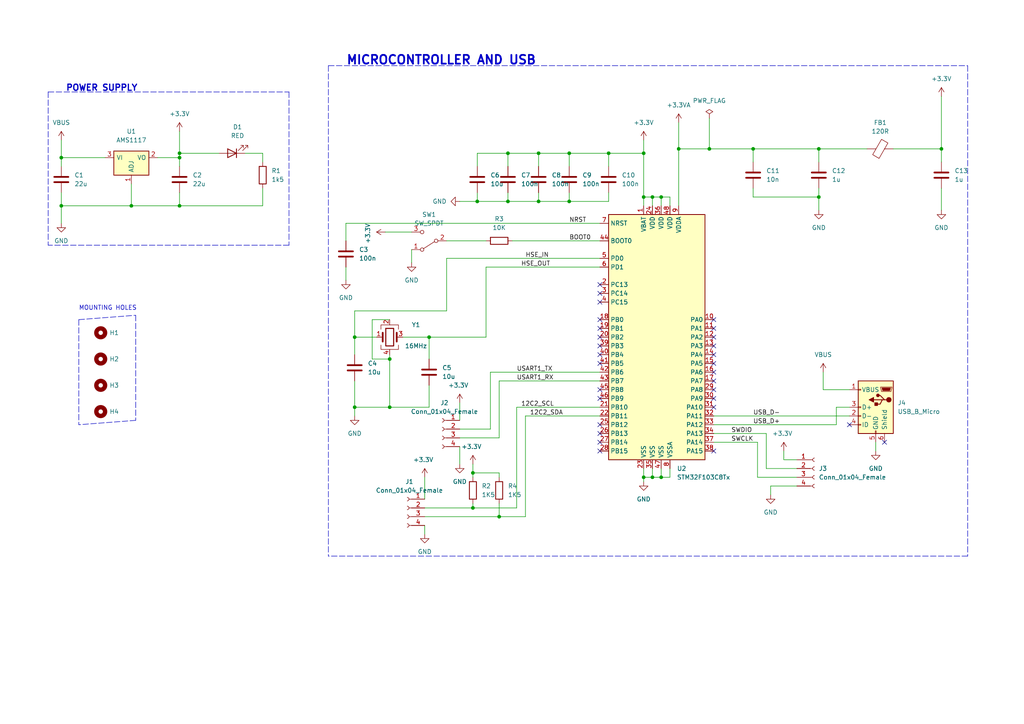
<source format=kicad_sch>
(kicad_sch (version 20211123) (generator eeschema)
  (paper "A4")
  (lib_symbols
    (symbol "Connector:Conn_01x04_Female" (pin_names (offset 1.016) hide)
      (property "Reference" "J" (at 0 5.08 0))
      (property "Value" "Conn_01x04_Female" (at 0 -7.62 0))
      (symbol "Conn_01x04_Female_1_1"
        (arc (start 0 -4.572) (mid -0.508 -5.08) (end 0 -5.588) (stroke (width 0.1524)))
        (arc (start 0 -2.032) (mid -0.508 -2.54) (end 0 -3.048) (stroke (width 0.1524)))
        (polyline (pts (xy -1.27 -5.08) (xy -0.508 -5.08)) (stroke (width 0.1524)))
        (polyline (pts (xy -1.27 -2.54) (xy -0.508 -2.54)) (stroke (width 0.1524)))
        (polyline (pts (xy -1.27 0) (xy -0.508 0)) (stroke (width 0.1524)))
        (polyline (pts (xy -1.27 2.54) (xy -0.508 2.54)) (stroke (width 0.1524)))
        (arc (start 0 0.508) (mid -0.508 0) (end 0 -0.508) (stroke (width 0.1524)))
        (arc (start 0 3.048) (mid -0.508 2.54) (end 0 2.032) (stroke (width 0.1524)))
        (pin passive line (at -5.08 2.54 0) (length 3.81) (name "Pin_1") (number "1"))
        (pin passive line (at -5.08 0 0) (length 3.81) (name "Pin_2") (number "2"))
        (pin passive line (at -5.08 -2.54 0) (length 3.81) (name "Pin_3") (number "3"))
        (pin passive line (at -5.08 -5.08 0) (length 3.81) (name "Pin_4") (number "4"))
      )
    )
    (symbol "Connector:USB_B_Micro" (pin_names (offset 1.016))
      (property "Reference" "J" (at -5.08 11.43 0))
      (property "Value" "USB_B_Micro" (at -5.08 8.89 0))
      (symbol "USB_B_Micro_0_1"
        (rectangle (start -5.08 -7.62) (end 5.08 7.62) (stroke (width 0.254)) (fill (type background)))
        (circle (center -3.81 2.159) (radius 0.635) (stroke (width 0.254)) (fill (type outline)))
        (circle (center -0.635 3.429) (radius 0.381) (stroke (width 0.254)) (fill (type outline)))
        (rectangle (start -0.127 -7.62) (end 0.127 -6.858))
        (polyline (pts (xy -1.905 2.159) (xy 0.635 2.159)) (stroke (width 0.254)))
        (polyline (pts (xy -3.175 2.159) (xy -2.54 2.159) (xy -1.27 3.429) (xy -0.635 3.429)) (stroke (width 0.254)))
        (polyline (pts (xy -2.54 2.159) (xy -1.905 2.159) (xy -1.27 0.889) (xy 0 0.889)) (stroke (width 0.254)))
        (polyline (pts (xy 0.635 2.794) (xy 0.635 1.524) (xy 1.905 2.159) (xy 0.635 2.794)) (stroke (width 0.254)) (fill (type outline)))
        (polyline (pts (xy -4.318 5.588) (xy -1.778 5.588) (xy -2.032 4.826) (xy -4.064 4.826) (xy -4.318 5.588)) (fill (type outline)))
        (polyline (pts (xy -4.699 5.842) (xy -4.699 5.588) (xy -4.445 4.826) (xy -4.445 4.572) (xy -1.651 4.572) (xy -1.651 4.826) (xy -1.397 5.588) (xy -1.397 5.842) (xy -4.699 5.842)))
        (rectangle (start 0.254 1.27) (end -0.508 0.508) (stroke (width 0.254)) (fill (type outline)))
        (rectangle (start 5.08 -5.207) (end 4.318 -4.953))
        (rectangle (start 5.08 -2.667) (end 4.318 -2.413))
        (rectangle (start 5.08 -0.127) (end 4.318 0.127))
        (rectangle (start 5.08 4.953) (end 4.318 5.207))
      )
      (symbol "USB_B_Micro_1_1"
        (pin power_out line (at 7.62 5.08 180) (length 2.54) (name "VBUS") (number "1"))
        (pin bidirectional line (at 7.62 -2.54 180) (length 2.54) (name "D-") (number "2"))
        (pin bidirectional line (at 7.62 0 180) (length 2.54) (name "D+") (number "3"))
        (pin passive line (at 7.62 -5.08 180) (length 2.54) (name "ID") (number "4"))
        (pin power_out line (at 0 -10.16 90) (length 2.54) (name "GND") (number "5"))
        (pin passive line (at -2.54 -10.16 90) (length 2.54) (name "Shield") (number "6"))
      )
    )
    (symbol "Device:C" (pin_numbers hide) (pin_names (offset 0.254))
      (property "Reference" "C" (at 0.635 2.54 0))
      (property "Value" "C" (at 0.635 -2.54 0))
      (symbol "C_0_1"
        (polyline (pts (xy -2.032 -0.762) (xy 2.032 -0.762)) (stroke (width 0.508)))
        (polyline (pts (xy -2.032 0.762) (xy 2.032 0.762)) (stroke (width 0.508)))
      )
      (symbol "C_1_1"
        (pin passive line (at 0 3.81 270) (length 2.794) (name "~") (number "1"))
        (pin passive line (at 0 -3.81 90) (length 2.794) (name "~") (number "2"))
      )
    )
    (symbol "Device:Crystal_GND24" (pin_names (offset 1.016) hide)
      (property "Reference" "Y" (at 3.175 5.08 0))
      (property "Value" "Crystal_GND24" (at 3.175 3.175 0))
      (symbol "Crystal_GND24_0_1"
        (rectangle (start -1.143 2.54) (end 1.143 -2.54) (stroke (width 0.3048)))
        (polyline (pts (xy -2.54 0) (xy -2.032 0)))
        (polyline (pts (xy -2.032 -1.27) (xy -2.032 1.27)) (stroke (width 0.508)))
        (polyline (pts (xy 0 -3.81) (xy 0 -3.556)))
        (polyline (pts (xy 0 3.556) (xy 0 3.81)))
        (polyline (pts (xy 2.032 -1.27) (xy 2.032 1.27)) (stroke (width 0.508)))
        (polyline (pts (xy 2.032 0) (xy 2.54 0)))
        (polyline (pts (xy -2.54 -2.286) (xy -2.54 -3.556) (xy 2.54 -3.556) (xy 2.54 -2.286)))
        (polyline (pts (xy -2.54 2.286) (xy -2.54 3.556) (xy 2.54 3.556) (xy 2.54 2.286)))
      )
      (symbol "Crystal_GND24_1_1"
        (pin passive line (at -3.81 0 0) (length 1.27) (name "1") (number "1"))
        (pin passive line (at 0 5.08 270) (length 1.27) (name "2") (number "2"))
        (pin passive line (at 3.81 0 180) (length 1.27) (name "3") (number "3"))
        (pin passive line (at 0 -5.08 90) (length 1.27) (name "4") (number "4"))
      )
    )
    (symbol "Device:FerriteBead" (pin_numbers hide) (pin_names (offset 0))
      (property "Reference" "FB" (at -3.81 0.635 90))
      (property "Value" "FerriteBead" (at 3.81 0 90))
      (symbol "FerriteBead_0_1"
        (polyline (pts (xy 0 -1.27) (xy 0 -1.2192)))
        (polyline (pts (xy 0 1.27) (xy 0 1.2954)))
        (polyline (pts (xy -2.7686 0.4064) (xy -1.7018 2.2606) (xy 2.7686 -0.3048) (xy 1.6764 -2.159) (xy -2.7686 0.4064)))
      )
      (symbol "FerriteBead_1_1"
        (pin passive line (at 0 3.81 270) (length 2.54) (name "~") (number "1"))
        (pin passive line (at 0 -3.81 90) (length 2.54) (name "~") (number "2"))
      )
    )
    (symbol "Device:LED" (pin_numbers hide) (pin_names (offset 1.016) hide)
      (property "Reference" "D" (at 0 2.54 0))
      (property "Value" "LED" (at 0 -2.54 0))
      (symbol "LED_0_1"
        (polyline (pts (xy -1.27 -1.27) (xy -1.27 1.27)) (stroke (width 0.254)))
        (polyline (pts (xy -1.27 0) (xy 1.27 0)))
        (polyline (pts (xy 1.27 -1.27) (xy 1.27 1.27) (xy -1.27 0) (xy 1.27 -1.27)) (stroke (width 0.254)))
        (polyline (pts (xy -3.048 -0.762) (xy -4.572 -2.286) (xy -3.81 -2.286) (xy -4.572 -2.286) (xy -4.572 -1.524)))
        (polyline (pts (xy -1.778 -0.762) (xy -3.302 -2.286) (xy -2.54 -2.286) (xy -3.302 -2.286) (xy -3.302 -1.524)))
      )
      (symbol "LED_1_1"
        (pin passive line (at -3.81 0 0) (length 2.54) (name "K") (number "1"))
        (pin passive line (at 3.81 0 180) (length 2.54) (name "A") (number "2"))
      )
    )
    (symbol "Device:R" (pin_numbers hide) (pin_names (offset 0))
      (property "Reference" "R" (at 2.032 0 90))
      (property "Value" "R" (at 0 0 90))
      (symbol "R_0_1"
        (rectangle (start -1.016 -2.54) (end 1.016 2.54) (stroke (width 0.254)))
      )
      (symbol "R_1_1"
        (pin passive line (at 0 3.81 270) (length 1.27) (name "~") (number "1"))
        (pin passive line (at 0 -3.81 90) (length 1.27) (name "~") (number "2"))
      )
    )
    (symbol "MCU_ST_STM32F1:STM32F103C8Tx"
      (property "Reference" "U" (at -15.24 36.83 0))
      (property "Value" "STM32F103C8Tx" (at 7.62 36.83 0))
      (symbol "STM32F103C8Tx_0_1"
        (rectangle (start -15.24 -35.56) (end 12.7 35.56) (stroke (width 0.254)) (fill (type background)))
      )
      (symbol "STM32F103C8Tx_1_1"
        (pin power_in line (at -5.08 38.1 270) (length 2.54) (name "VBAT") (number "1"))
        (pin bidirectional line (at 15.24 5.08 180) (length 2.54) (name "PA0") (number "10"))
        (pin bidirectional line (at 15.24 2.54 180) (length 2.54) (name "PA1") (number "11"))
        (pin bidirectional line (at 15.24 0 180) (length 2.54) (name "PA2") (number "12"))
        (pin bidirectional line (at 15.24 -2.54 180) (length 2.54) (name "PA3") (number "13"))
        (pin bidirectional line (at 15.24 -5.08 180) (length 2.54) (name "PA4") (number "14"))
        (pin bidirectional line (at 15.24 -7.62 180) (length 2.54) (name "PA5") (number "15"))
        (pin bidirectional line (at 15.24 -10.16 180) (length 2.54) (name "PA6") (number "16"))
        (pin bidirectional line (at 15.24 -12.7 180) (length 2.54) (name "PA7") (number "17"))
        (pin bidirectional line (at -17.78 5.08 0) (length 2.54) (name "PB0") (number "18"))
        (pin bidirectional line (at -17.78 2.54 0) (length 2.54) (name "PB1") (number "19"))
        (pin bidirectional line (at -17.78 15.24 0) (length 2.54) (name "PC13") (number "2"))
        (pin bidirectional line (at -17.78 0 0) (length 2.54) (name "PB2") (number "20"))
        (pin bidirectional line (at -17.78 -20.32 0) (length 2.54) (name "PB10") (number "21"))
        (pin bidirectional line (at -17.78 -22.86 0) (length 2.54) (name "PB11") (number "22"))
        (pin power_in line (at -5.08 -38.1 90) (length 2.54) (name "VSS") (number "23"))
        (pin power_in line (at -2.54 38.1 270) (length 2.54) (name "VDD") (number "24"))
        (pin bidirectional line (at -17.78 -25.4 0) (length 2.54) (name "PB12") (number "25"))
        (pin bidirectional line (at -17.78 -27.94 0) (length 2.54) (name "PB13") (number "26"))
        (pin bidirectional line (at -17.78 -30.48 0) (length 2.54) (name "PB14") (number "27"))
        (pin bidirectional line (at -17.78 -33.02 0) (length 2.54) (name "PB15") (number "28"))
        (pin bidirectional line (at 15.24 -15.24 180) (length 2.54) (name "PA8") (number "29"))
        (pin bidirectional line (at -17.78 12.7 0) (length 2.54) (name "PC14") (number "3"))
        (pin bidirectional line (at 15.24 -17.78 180) (length 2.54) (name "PA9") (number "30"))
        (pin bidirectional line (at 15.24 -20.32 180) (length 2.54) (name "PA10") (number "31"))
        (pin bidirectional line (at 15.24 -22.86 180) (length 2.54) (name "PA11") (number "32"))
        (pin bidirectional line (at 15.24 -25.4 180) (length 2.54) (name "PA12") (number "33"))
        (pin bidirectional line (at 15.24 -27.94 180) (length 2.54) (name "PA13") (number "34"))
        (pin power_in line (at -2.54 -38.1 90) (length 2.54) (name "VSS") (number "35"))
        (pin power_in line (at 0 38.1 270) (length 2.54) (name "VDD") (number "36"))
        (pin bidirectional line (at 15.24 -30.48 180) (length 2.54) (name "PA14") (number "37"))
        (pin bidirectional line (at 15.24 -33.02 180) (length 2.54) (name "PA15") (number "38"))
        (pin bidirectional line (at -17.78 -2.54 0) (length 2.54) (name "PB3") (number "39"))
        (pin bidirectional line (at -17.78 10.16 0) (length 2.54) (name "PC15") (number "4"))
        (pin bidirectional line (at -17.78 -5.08 0) (length 2.54) (name "PB4") (number "40"))
        (pin bidirectional line (at -17.78 -7.62 0) (length 2.54) (name "PB5") (number "41"))
        (pin bidirectional line (at -17.78 -10.16 0) (length 2.54) (name "PB6") (number "42"))
        (pin bidirectional line (at -17.78 -12.7 0) (length 2.54) (name "PB7") (number "43"))
        (pin input line (at -17.78 27.94 0) (length 2.54) (name "BOOT0") (number "44"))
        (pin bidirectional line (at -17.78 -15.24 0) (length 2.54) (name "PB8") (number "45"))
        (pin bidirectional line (at -17.78 -17.78 0) (length 2.54) (name "PB9") (number "46"))
        (pin power_in line (at 0 -38.1 90) (length 2.54) (name "VSS") (number "47"))
        (pin power_in line (at 2.54 38.1 270) (length 2.54) (name "VDD") (number "48"))
        (pin input line (at -17.78 22.86 0) (length 2.54) (name "PD0") (number "5"))
        (pin input line (at -17.78 20.32 0) (length 2.54) (name "PD1") (number "6"))
        (pin input line (at -17.78 33.02 0) (length 2.54) (name "NRST") (number "7"))
        (pin power_in line (at 2.54 -38.1 90) (length 2.54) (name "VSSA") (number "8"))
        (pin power_in line (at 5.08 38.1 270) (length 2.54) (name "VDDA") (number "9"))
      )
    )
    (symbol "Mechanical:MountingHole" (pin_names (offset 1.016))
      (property "Reference" "H" (at 0 5.08 0))
      (property "Value" "MountingHole" (at 0 3.175 0))
      (symbol "MountingHole_0_1"
        (circle (center 0 0) (radius 1.27) (stroke (width 1.27)))
      )
    )
    (symbol "Regulator_Linear:AMS1117" (pin_names (offset 0.762))
      (property "Reference" "U" (at -3.81 3.175 0))
      (property "Value" "AMS1117" (at 0 3.175 0))
      (symbol "AMS1117_0_1"
        (rectangle (start -5.08 -5.08) (end 5.08 1.905) (stroke (width 0.254)) (fill (type background)))
      )
      (symbol "AMS1117_1_1"
        (pin input line (at 0 -7.62 90) (length 2.54) (name "ADJ") (number "1"))
        (pin power_out line (at 7.62 0 180) (length 2.54) (name "VO") (number "2"))
        (pin power_in line (at -7.62 0 0) (length 2.54) (name "VI") (number "3"))
      )
    )
    (symbol "Switch:SW_SPDT" (pin_names (offset 0) hide)
      (property "Reference" "SW" (at 0 4.318 0))
      (property "Value" "SW_SPDT" (at 0 -5.08 0))
      (symbol "SW_SPDT_0_0"
        (circle (center -2.032 0) (radius 0.508))
        (circle (center 2.032 -2.54) (radius 0.508))
      )
      (symbol "SW_SPDT_0_1"
        (polyline (pts (xy -1.524 0.254) (xy 1.651 2.286)))
        (circle (center 2.032 2.54) (radius 0.508))
      )
      (symbol "SW_SPDT_1_1"
        (pin passive line (at 5.08 2.54 180) (length 2.54) (name "A") (number "1"))
        (pin passive line (at -5.08 0 0) (length 2.54) (name "B") (number "2"))
        (pin passive line (at 5.08 -2.54 180) (length 2.54) (name "C") (number "3"))
      )
    )
    (symbol "power:+3.3V" (power) (pin_names (offset 0))
      (property "Value" "+3.3V" (at 0 3.556 0))
      (symbol "+3.3V_0_1"
        (polyline (pts (xy -0.762 1.27) (xy 0 2.54)))
        (polyline (pts (xy 0 0) (xy 0 2.54)))
        (polyline (pts (xy 0 2.54) (xy 0.762 1.27)))
      )
      (symbol "+3.3V_1_1"
        (pin power_in line (at 0 0 90) (length 0) hide (name "+3.3V") (number "1"))
      )
    )
    (symbol "power:+3.3VA" (power) (pin_names (offset 0))
      (property "Value" "+3.3VA" (at 0 3.556 0))
      (symbol "+3.3VA_0_1"
        (polyline (pts (xy -0.762 1.27) (xy 0 2.54)))
        (polyline (pts (xy 0 0) (xy 0 2.54)))
        (polyline (pts (xy 0 2.54) (xy 0.762 1.27)))
      )
      (symbol "+3.3VA_1_1"
        (pin power_in line (at 0 0 90) (length 0) hide (name "+3.3VA") (number "1"))
      )
    )
    (symbol "power:GND" (power) (pin_names (offset 0))
      (property "Value" "GND" (at 0 -3.81 0))
      (symbol "GND_0_1"
        (polyline (pts (xy 0 0) (xy 0 -1.27) (xy 1.27 -1.27) (xy 0 -2.54) (xy -1.27 -1.27) (xy 0 -1.27)))
      )
      (symbol "GND_1_1"
        (pin power_in line (at 0 0 270) (length 0) hide (name "GND") (number "1"))
      )
    )
    (symbol "power:PWR_FLAG" (power) (pin_numbers hide) (pin_names (offset 0) hide)
      (property "Value" "PWR_FLAG" (at 0 3.81 0))
      (symbol "PWR_FLAG_0_0"
        (pin power_out line (at 0 0 90) (length 0) (name "pwr") (number "1"))
      )
      (symbol "PWR_FLAG_0_1"
        (polyline (pts (xy 0 0) (xy 0 1.27) (xy -1.016 1.905) (xy 0 2.54) (xy 1.016 1.905) (xy 0 1.27)))
      )
    )
    (symbol "power:VBUS" (power) (pin_names (offset 0))
      (property "Value" "VBUS" (at 0 3.81 0))
      (symbol "VBUS_0_1"
        (polyline (pts (xy -0.762 1.27) (xy 0 2.54)))
        (polyline (pts (xy 0 0) (xy 0 2.54)))
        (polyline (pts (xy 0 2.54) (xy 0.762 1.27)))
      )
      (symbol "VBUS_1_1"
        (pin power_in line (at 0 0 90) (length 0) hide (name "VBUS") (number "1"))
      )
    )
  )
  (junction (at 237.49 57.15))
  (junction (at 147.32 58.42))
  (junction (at 156.21 58.42))
  (junction (at 205.74 43.18))
  (junction (at 102.87 97.79))
  (junction (at 113.03 104.14))
  (junction (at 102.87 118.11))
  (junction (at 17.78 45.72))
  (junction (at 156.21 44.45))
  (junction (at 165.1 44.45))
  (junction (at 165.1 58.42))
  (junction (at 237.49 43.18))
  (junction (at 52.07 45.72))
  (junction (at 186.69 138.43))
  (junction (at 191.77 57.15))
  (junction (at 189.23 138.43))
  (junction (at 52.07 59.69))
  (junction (at 52.07 44.45))
  (junction (at 137.16 137.16))
  (junction (at 17.78 59.69))
  (junction (at 144.78 149.86))
  (junction (at 273.05 43.18))
  (junction (at 113.03 118.11))
  (junction (at 218.44 43.18))
  (junction (at 191.77 138.43))
  (junction (at 137.16 147.32))
  (junction (at 38.1 59.69))
  (junction (at 124.46 97.79))
  (junction (at 138.43 58.42))
  (junction (at 176.53 44.45))
  (junction (at 147.32 44.45))
  (junction (at 189.23 57.15))
  (junction (at 196.85 43.18))
  (junction (at 186.69 57.15))
  (junction (at 186.69 44.45))
  (no_connect (at 256.54 128.27))
  (no_connect (at 173.99 85.09))
  (no_connect (at 173.99 82.55))
  (no_connect (at 173.99 87.63))
  (no_connect (at 173.99 95.25))
  (no_connect (at 173.99 92.71))
  (no_connect (at 173.99 115.57))
  (no_connect (at 173.99 128.27))
  (no_connect (at 173.99 125.73))
  (no_connect (at 173.99 113.03))
  (no_connect (at 173.99 130.81))
  (no_connect (at 173.99 123.19))
  (no_connect (at 173.99 100.33))
  (no_connect (at 173.99 97.79))
  (no_connect (at 173.99 105.41))
  (no_connect (at 173.99 102.87))
  (no_connect (at 207.01 95.25))
  (no_connect (at 207.01 100.33))
  (no_connect (at 207.01 92.71))
  (no_connect (at 207.01 97.79))
  (no_connect (at 207.01 110.49))
  (no_connect (at 207.01 105.41))
  (no_connect (at 207.01 115.57))
  (no_connect (at 207.01 118.11))
  (no_connect (at 207.01 113.03))
  (no_connect (at 207.01 107.95))
  (no_connect (at 207.01 102.87))
  (no_connect (at 207.01 130.81))
  (no_connect (at 246.38 123.19))
  (wire (pts (xy 129.54 74.93) (xy 129.54 90.17)))
  (wire (pts (xy 138.43 58.42) (xy 147.32 58.42)))
  (wire (pts (xy 149.86 147.32) (xy 137.16 147.32)))
  (wire (pts (xy 237.49 57.15) (xy 237.49 60.96)))
  (wire (pts (xy 38.1 59.69) (xy 52.07 59.69)))
  (wire (pts (xy 246.38 113.03) (xy 238.76 113.03)))
  (wire (pts (xy 144.78 137.16) (xy 137.16 137.16)))
  (wire (pts (xy 138.43 55.88) (xy 138.43 58.42)))
  (wire (pts (xy 273.05 43.18) (xy 273.05 46.99)))
  (wire (pts (xy 173.99 118.11) (xy 149.86 118.11)))
  (wire (pts (xy 100.33 77.47) (xy 100.33 81.28)))
  (wire (pts (xy 205.74 43.18) (xy 218.44 43.18)))
  (wire (pts (xy 17.78 59.69) (xy 38.1 59.69)))
  (wire (pts (xy 191.77 135.89) (xy 191.77 138.43)))
  (wire (pts (xy 189.23 138.43) (xy 186.69 138.43)))
  (wire (pts (xy 237.49 54.61) (xy 237.49 57.15)))
  (wire (pts (xy 186.69 57.15) (xy 186.69 59.69)))
  (wire (pts (xy 123.19 138.43) (xy 123.19 144.78)))
  (wire (pts (xy 186.69 44.45) (xy 186.69 57.15)))
  (wire (pts (xy 231.14 133.35) (xy 227.33 133.35)))
  (wire (pts (xy 102.87 90.17) (xy 102.87 97.79)))
  (wire (pts (xy 165.1 55.88) (xy 165.1 58.42)))
  (wire (pts (xy 173.99 110.49) (xy 144.78 110.49)))
  (wire (pts (xy 133.35 116.84) (xy 133.35 121.92)))
  (wire (pts (xy 124.46 111.76) (xy 124.46 118.11)))
  (wire (pts (xy 191.77 57.15) (xy 189.23 57.15)))
  (wire (pts (xy 173.99 107.95) (xy 142.24 107.95)))
  (wire (pts (xy 207.01 120.65) (xy 246.38 120.65)))
  (wire (pts (xy 194.31 138.43) (xy 191.77 138.43)))
  (wire (pts (xy 149.86 118.11) (xy 149.86 147.32)))
  (wire (pts (xy 129.54 90.17) (xy 102.87 90.17)))
  (wire (pts (xy 173.99 74.93) (xy 129.54 74.93)))
  (wire (pts (xy 124.46 97.79) (xy 116.84 97.79)))
  (wire (pts (xy 113.03 104.14) (xy 113.03 118.11)))
  (wire (pts (xy 102.87 97.79) (xy 109.22 97.79)))
  (wire (pts (xy 147.32 44.45) (xy 147.32 48.26)))
  (wire (pts (xy 156.21 55.88) (xy 156.21 58.42)))
  (wire (pts (xy 205.74 34.29) (xy 205.74 43.18)))
  (wire (pts (xy 194.31 135.89) (xy 194.31 138.43)))
  (wire (pts (xy 156.21 44.45) (xy 156.21 48.26)))
  (wire (pts (xy 189.23 135.89) (xy 189.23 138.43)))
  (wire (pts (xy 222.25 125.73) (xy 222.25 135.89)))
  (wire (pts (xy 186.69 135.89) (xy 186.69 138.43)))
  (polyline (pts (xy 39.37 121.92) (xy 22.86 123.19)))
  (wire (pts (xy 218.44 46.99) (xy 218.44 43.18)))
  (wire (pts (xy 148.59 69.85) (xy 173.99 69.85)))
  (wire (pts (xy 137.16 147.32) (xy 123.19 147.32)))
  (wire (pts (xy 102.87 110.49) (xy 102.87 118.11)))
  (polyline (pts (xy 22.86 92.71) (xy 22.86 123.19)))
  (wire (pts (xy 194.31 57.15) (xy 191.77 57.15)))
  (wire (pts (xy 52.07 38.1) (xy 52.07 44.45)))
  (wire (pts (xy 76.2 44.45) (xy 71.12 44.45)))
  (wire (pts (xy 246.38 118.11) (xy 242.57 118.11)))
  (wire (pts (xy 242.57 118.11) (xy 242.57 123.19)))
  (wire (pts (xy 140.97 77.47) (xy 140.97 97.79)))
  (polyline (pts (xy 280.67 19.05) (xy 280.67 161.29)))
  (wire (pts (xy 123.19 152.4) (xy 123.19 154.94)))
  (wire (pts (xy 222.25 135.89) (xy 231.14 135.89)))
  (polyline (pts (xy 280.67 161.29) (xy 95.25 161.29)))
  (wire (pts (xy 165.1 44.45) (xy 165.1 48.26)))
  (wire (pts (xy 142.24 124.46) (xy 133.35 124.46)))
  (wire (pts (xy 107.95 104.14) (xy 113.03 104.14)))
  (wire (pts (xy 191.77 57.15) (xy 191.77 59.69)))
  (wire (pts (xy 218.44 43.18) (xy 237.49 43.18)))
  (wire (pts (xy 156.21 58.42) (xy 165.1 58.42)))
  (wire (pts (xy 52.07 59.69) (xy 52.07 55.88)))
  (wire (pts (xy 133.35 129.54) (xy 133.35 134.62)))
  (wire (pts (xy 259.08 43.18) (xy 273.05 43.18)))
  (wire (pts (xy 133.35 127) (xy 144.78 127)))
  (wire (pts (xy 63.5 44.45) (xy 52.07 44.45)))
  (polyline (pts (xy 13.97 26.67) (xy 13.97 71.12)))
  (wire (pts (xy 176.53 44.45) (xy 176.53 48.26)))
  (wire (pts (xy 113.03 102.87) (xy 113.03 104.14)))
  (wire (pts (xy 140.97 97.79) (xy 124.46 97.79)))
  (polyline (pts (xy 39.37 91.44) (xy 39.37 121.92)))
  (wire (pts (xy 124.46 118.11) (xy 113.03 118.11)))
  (wire (pts (xy 102.87 118.11) (xy 102.87 120.65)))
  (wire (pts (xy 219.71 138.43) (xy 231.14 138.43)))
  (wire (pts (xy 152.4 149.86) (xy 144.78 149.86)))
  (wire (pts (xy 242.57 123.19) (xy 207.01 123.19)))
  (wire (pts (xy 137.16 146.05) (xy 137.16 147.32)))
  (wire (pts (xy 124.46 97.79) (xy 124.46 104.14)))
  (wire (pts (xy 52.07 45.72) (xy 52.07 48.26)))
  (wire (pts (xy 147.32 58.42) (xy 156.21 58.42)))
  (wire (pts (xy 196.85 43.18) (xy 196.85 59.69)))
  (wire (pts (xy 52.07 44.45) (xy 52.07 45.72)))
  (wire (pts (xy 113.03 118.11) (xy 102.87 118.11)))
  (wire (pts (xy 189.23 57.15) (xy 189.23 59.69)))
  (polyline (pts (xy 83.82 26.67) (xy 83.82 71.12)))
  (wire (pts (xy 113.03 92.71) (xy 107.95 92.71)))
  (wire (pts (xy 138.43 48.26) (xy 138.43 44.45)))
  (wire (pts (xy 147.32 44.45) (xy 156.21 44.45)))
  (wire (pts (xy 107.95 92.71) (xy 107.95 104.14)))
  (wire (pts (xy 17.78 55.88) (xy 17.78 59.69)))
  (wire (pts (xy 45.72 45.72) (xy 52.07 45.72)))
  (wire (pts (xy 218.44 54.61) (xy 218.44 57.15)))
  (wire (pts (xy 144.78 138.43) (xy 144.78 137.16)))
  (wire (pts (xy 194.31 57.15) (xy 194.31 59.69)))
  (wire (pts (xy 76.2 54.61) (xy 76.2 59.69)))
  (wire (pts (xy 17.78 48.26) (xy 17.78 45.72)))
  (wire (pts (xy 17.78 45.72) (xy 30.48 45.72)))
  (wire (pts (xy 207.01 128.27) (xy 219.71 128.27)))
  (wire (pts (xy 144.78 149.86) (xy 123.19 149.86)))
  (wire (pts (xy 144.78 110.49) (xy 144.78 127)))
  (wire (pts (xy 273.05 27.94) (xy 273.05 43.18)))
  (wire (pts (xy 176.53 44.45) (xy 186.69 44.45)))
  (wire (pts (xy 238.76 113.03) (xy 238.76 107.95)))
  (wire (pts (xy 165.1 44.45) (xy 176.53 44.45)))
  (wire (pts (xy 100.33 64.77) (xy 100.33 69.85)))
  (wire (pts (xy 231.14 140.97) (xy 223.52 140.97)))
  (wire (pts (xy 176.53 58.42) (xy 176.53 55.88)))
  (polyline (pts (xy 83.82 71.12) (xy 13.97 71.12)))
  (wire (pts (xy 227.33 133.35) (xy 227.33 130.81)))
  (wire (pts (xy 138.43 44.45) (xy 147.32 44.45)))
  (wire (pts (xy 254 128.27) (xy 254 130.81)))
  (wire (pts (xy 207.01 125.73) (xy 222.25 125.73)))
  (wire (pts (xy 144.78 146.05) (xy 144.78 149.86)))
  (polyline (pts (xy 22.86 92.71) (xy 39.37 91.44)))
  (wire (pts (xy 111.76 67.31) (xy 119.38 67.31)))
  (wire (pts (xy 189.23 57.15) (xy 186.69 57.15)))
  (wire (pts (xy 119.38 72.39) (xy 119.38 76.2)))
  (polyline (pts (xy 95.25 19.05) (xy 95.25 161.29)))
  (wire (pts (xy 17.78 59.69) (xy 17.78 64.77)))
  (wire (pts (xy 218.44 57.15) (xy 237.49 57.15)))
  (wire (pts (xy 273.05 54.61) (xy 273.05 60.96)))
  (wire (pts (xy 137.16 134.62) (xy 137.16 137.16)))
  (wire (pts (xy 147.32 55.88) (xy 147.32 58.42)))
  (wire (pts (xy 223.52 140.97) (xy 223.52 143.51)))
  (wire (pts (xy 156.21 44.45) (xy 165.1 44.45)))
  (polyline (pts (xy 13.97 26.67) (xy 83.82 26.67)))
  (wire (pts (xy 237.49 46.99) (xy 237.49 43.18)))
  (wire (pts (xy 17.78 40.64) (xy 17.78 45.72)))
  (wire (pts (xy 137.16 137.16) (xy 137.16 138.43)))
  (wire (pts (xy 173.99 64.77) (xy 100.33 64.77)))
  (wire (pts (xy 152.4 120.65) (xy 152.4 149.86)))
  (wire (pts (xy 142.24 107.95) (xy 142.24 124.46)))
  (wire (pts (xy 173.99 77.47) (xy 140.97 77.47)))
  (wire (pts (xy 237.49 43.18) (xy 251.46 43.18)))
  (wire (pts (xy 186.69 40.64) (xy 186.69 44.45)))
  (wire (pts (xy 219.71 128.27) (xy 219.71 138.43)))
  (polyline (pts (xy 95.25 19.05) (xy 280.67 19.05)))
  (wire (pts (xy 138.43 58.42) (xy 133.35 58.42)))
  (wire (pts (xy 186.69 138.43) (xy 186.69 139.7)))
  (wire (pts (xy 76.2 59.69) (xy 52.07 59.69)))
  (wire (pts (xy 129.54 69.85) (xy 140.97 69.85)))
  (wire (pts (xy 165.1 58.42) (xy 176.53 58.42)))
  (wire (pts (xy 76.2 46.99) (xy 76.2 44.45)))
  (wire (pts (xy 38.1 53.34) (xy 38.1 59.69)))
  (wire (pts (xy 102.87 97.79) (xy 102.87 102.87)))
  (wire (pts (xy 191.77 138.43) (xy 189.23 138.43)))
  (wire (pts (xy 196.85 35.56) (xy 196.85 43.18)))
  (wire (pts (xy 196.85 43.18) (xy 205.74 43.18)))
  (wire (pts (xy 173.99 120.65) (xy 152.4 120.65)))
  (text "MOUNTING HOLES" (at 22.86 90.17 0) (effects (font (size 1.27 1.27)) (justify left bottom)))
  (text "POWER SUPPLY" (at 19.05 26.67 0) (effects (font (size 1.778 1.778) bold) (justify left bottom)))
  (text "MICROCONTROLLER AND USB" (at 100.33 19.05 0) (effects (font (size 2.54 2.54) bold) (justify left bottom)))
  (label "USB_D-" (at 218.44 120.65 0))
  (label "SWCLK" (at 212.09 128.27 0))
  (label "BOOT0" (at 165.1 69.85 0))
  (label "12C2_SDA" (at 153.67 120.65 0))
  (label "USB_D+" (at 218.44 123.19 0))
  (label "12C2_SCL" (at 151.13 118.11 0))
  (label "SWDIO" (at 212.09 125.73 0))
  (label "USART1_TX" (at 149.86 107.95 0))
  (label "NRST" (at 165.1 64.77 0))
  (label "HSE_OUT" (at 151.13 77.47 0))
  (label "HSE_IN" (at 152.4 74.93 0))
  (label "USART1_RX" (at 149.86 110.49 0))
  (symbol (lib_id "power:+3.3V") (at 52.07 38.1 0) (unit 1)
    (property "Reference" "#PWR0123" (effects hide))
    (property "Value" "+3.3V" (at 52.07 33.02 0))
  )
  (symbol (lib_id "power:+3.3VA") (at 196.85 35.56 0) (unit 1)
    (property "Reference" "#PWR0103" (effects hide))
    (property "Value" "+3.3VA" (at 196.85 30.48 0))
  )
  (symbol (lib_id "power:GND") (at 237.49 60.96 0) (unit 1)
    (property "Reference" "#PWR0102" (effects hide))
    (property "Value" "GND" (at 237.49 66.04 0))
  )
  (symbol (lib_id "power:GND") (at 102.87 120.65 0) (unit 1)
    (property "Reference" "#PWR0114" (effects hide))
    (property "Value" "GND" (at 102.87 125.73 0))
  )
  (symbol (lib_id "power:GND") (at 186.69 139.7 0) (unit 1)
    (property "Reference" "#PWR0101" (effects hide))
    (property "Value" "GND" (at 186.69 144.78 0))
  )
  (symbol (lib_id "power:GND") (at 119.38 76.2 0) (unit 1)
    (property "Reference" "#PWR0118" (effects hide))
    (property "Value" "GND" (at 119.38 81.28 0))
  )
  (symbol (lib_id "Mechanical:MountingHole") (at 29.21 119.38 0) (unit 1)
    (property "Reference" "H4" (at 31.75 119.3799 0) (effects (justify left)))
    (property "Value" "MountingHole" (effects hide))
    (property "Footprint" "MountingHole:MountingHole_2.1mm" (effects hide))
  )
  (symbol (lib_id "power:GND") (at 17.78 64.77 0) (unit 1)
    (property "Reference" "#PWR0121" (effects hide))
    (property "Value" "GND" (at 17.78 69.85 0))
  )
  (symbol (lib_id "Mechanical:MountingHole") (at 29.21 104.14 0) (unit 1)
    (property "Reference" "H2" (at 31.75 104.1399 0) (effects (justify left)))
    (property "Value" "MountingHole" (effects hide))
    (property "Footprint" "MountingHole:MountingHole_2.1mm" (effects hide))
  )
  (symbol (lib_id "MCU_ST_STM32F1:STM32F103C8Tx") (at 191.77 97.79 0) (unit 1)
    (property "Reference" "U2" (at 196.3294 135.89 0) (effects (justify left)))
    (property "Value" "STM32F103C8Tx" (at 196.3294 138.43 0) (effects (justify left)))
    (property "Footprint" "Package_QFP:LQFP-48_7x7mm_P0.5mm" (effects hide))
    (property "Datasheet" "http://www.st.com/st-web-ui/static/active/en/resource/technical/document/datasheet/CD00161566.pdf" (effects hide))
  )
  (symbol (lib_id "power:+3.3V") (at 227.33 130.81 0) (unit 1)
    (property "Reference" "#PWR0109" (effects hide))
    (property "Value" "+3.3V" (at 229.87 125.73 0) (effects (justify right)))
  )
  (symbol (lib_id "Device:C") (at 102.87 106.68 0) (unit 1)
    (property "Reference" "C4" (at 106.68 105.4099 0) (effects (justify left)))
    (property "Value" "10u" (at 106.68 107.9499 0) (effects (justify left)))
    (property "Footprint" "Capacitor_SMD:C_0402_1005Metric_Pad0.74x0.62mm_HandSolder" (effects hide))
  )
  (symbol (lib_id "power:GND") (at 133.35 134.62 0) (unit 1)
    (property "Reference" "#PWR0115" (effects hide))
    (property "Value" "GND" (at 133.35 139.7 0))
  )
  (symbol (lib_id "power:+3.3V") (at 137.16 134.62 0) (unit 1)
    (property "Reference" "#PWR0116" (effects hide))
    (property "Value" "+3.3V" (at 139.7 129.54 0) (effects (justify right)))
  )
  (symbol (lib_id "Device:C") (at 17.78 52.07 0) (unit 1)
    (property "Reference" "C1" (at 21.59 50.7999 0) (effects (justify left)))
    (property "Value" "22u" (at 21.59 53.3399 0) (effects (justify left)))
    (property "Footprint" "Capacitor_SMD:C_0402_1005Metric" (effects hide))
  )
  (symbol (lib_id "Connector:Conn_01x04_Female") (at 118.11 147.32 0) (mirror y) (unit 1)
    (property "Reference" "J1" (at 118.745 139.7 0))
    (property "Value" "Conn_01x04_Female" (at 118.745 142.24 0))
    (property "Footprint" "Connector_PinHeader_2.54mm:PinHeader_1x04_P2.54mm_Vertical" (effects hide))
  )
  (symbol (lib_id "power:+3.3V") (at 273.05 27.94 0) (unit 1)
    (property "Reference" "#PWR0105" (effects hide))
    (property "Value" "+3.3V" (at 273.05 22.86 0))
  )
  (symbol (lib_id "Device:C") (at 176.53 52.07 0) (unit 1)
    (property "Reference" "C10" (at 180.34 50.7999 0) (effects (justify left)))
    (property "Value" "100n" (at 180.34 53.3399 0) (effects (justify left)))
    (property "Footprint" "Capacitor_SMD:C_0805_2012Metric_Pad1.18x1.45mm_HandSolder" (effects hide))
  )
  (symbol (lib_id "power:VBUS") (at 17.78 40.64 0) (unit 1)
    (property "Reference" "#PWR0122" (effects hide))
    (property "Value" "VBUS" (at 17.78 35.56 0))
  )
  (symbol (lib_id "Device:C") (at 165.1 52.07 0) (unit 1)
    (property "Reference" "C9" (at 168.91 50.7999 0) (effects (justify left)))
    (property "Value" "100n" (at 168.91 53.3399 0) (effects (justify left)))
    (property "Footprint" "Capacitor_SMD:C_0805_2012Metric_Pad1.18x1.45mm_HandSolder" (effects hide))
  )
  (symbol (lib_id "Connector:Conn_01x04_Female") (at 128.27 124.46 0) (mirror y) (unit 1)
    (property "Reference" "J2" (at 128.905 116.84 0))
    (property "Value" "Conn_01x04_Female" (at 128.905 119.38 0))
    (property "Footprint" "Connector_PinHeader_2.54mm:PinHeader_1x04_P2.54mm_Vertical" (effects hide))
  )
  (symbol (lib_id "Device:C") (at 100.33 73.66 0) (unit 1)
    (property "Reference" "C3" (at 104.14 72.3899 0) (effects (justify left)))
    (property "Value" "100n" (at 104.14 74.9299 0) (effects (justify left)))
    (property "Footprint" "Capacitor_SMD:C_0805_2012Metric_Pad1.18x1.45mm_HandSolder" (effects hide))
  )
  (symbol (lib_id "Device:R") (at 76.2 50.8 0) (unit 1)
    (property "Reference" "R1" (at 78.74 49.5299 0) (effects (justify left)))
    (property "Value" "1k5" (at 78.74 52.0699 0) (effects (justify left)))
    (property "Footprint" "Resistor_SMD:R_0402_1005Metric_Pad0.72x0.64mm_HandSolder" (effects hide))
  )
  (symbol (lib_id "power:PWR_FLAG") (at 205.74 34.29 0) (unit 1)
    (property "Reference" "#FLG01" (effects hide))
    (property "Value" "PWR_FLAG" (at 205.74 29.21 0))
  )
  (symbol (lib_id "Device:C") (at 52.07 52.07 0) (unit 1)
    (property "Reference" "C2" (at 55.88 50.7999 0) (effects (justify left)))
    (property "Value" "22u" (at 55.88 53.3399 0) (effects (justify left)))
    (property "Footprint" "Capacitor_SMD:C_0402_1005Metric" (effects hide))
  )
  (symbol (lib_id "Device:R") (at 144.78 142.24 0) (unit 1)
    (property "Reference" "R4" (at 147.32 140.9699 0) (effects (justify left)))
    (property "Value" "1K5" (at 147.32 143.5099 0) (effects (justify left)))
    (property "Footprint" "Resistor_SMD:R_0402_1005Metric_Pad0.72x0.64mm_HandSolder" (effects hide))
  )
  (symbol (lib_id "power:VBUS") (at 238.76 107.95 0) (unit 1)
    (property "Reference" "#PWR0108" (effects hide))
    (property "Value" "VBUS" (at 238.76 102.87 0))
  )
  (symbol (lib_id "power:+3.3V") (at 133.35 116.84 0) (unit 1)
    (property "Reference" "#PWR0112" (effects hide))
    (property "Value" "+3.3V" (at 135.89 111.76 0) (effects (justify right)))
  )
  (symbol (lib_id "Device:LED") (at 67.31 44.45 180) (unit 1)
    (property "Reference" "D1" (at 68.8975 36.83 0))
    (property "Value" "RED" (at 68.8975 39.37 0))
    (property "Footprint" "LED_SMD:LED_0402_1005Metric_Pad0.77x0.64mm_HandSolder" (effects hide))
  )
  (symbol (lib_id "Device:C") (at 147.32 52.07 0) (unit 1)
    (property "Reference" "C7" (at 151.13 50.7999 0) (effects (justify left)))
    (property "Value" "100n" (at 151.13 53.3399 0) (effects (justify left)))
    (property "Footprint" "Capacitor_SMD:C_0805_2012Metric_Pad1.18x1.45mm_HandSolder" (effects hide))
  )
  (symbol (lib_id "Device:C") (at 138.43 52.07 0) (unit 1)
    (property "Reference" "C6" (at 142.24 50.7999 0) (effects (justify left)))
    (property "Value" "10u" (at 142.24 53.3399 0) (effects (justify left)))
    (property "Footprint" "Capacitor_SMD:C_0402_1005Metric_Pad0.74x0.62mm_HandSolder" (effects hide))
  )
  (symbol (lib_id "Device:C") (at 237.49 50.8 0) (unit 1)
    (property "Reference" "C12" (at 241.3 49.5299 0) (effects (justify left)))
    (property "Value" "1u" (at 241.3 52.0699 0) (effects (justify left)))
    (property "Footprint" "Capacitor_SMD:C_0805_2012Metric_Pad1.18x1.45mm_HandSolder" (effects hide))
  )
  (symbol (lib_id "power:GND") (at 123.19 154.94 0) (unit 1)
    (property "Reference" "#PWR0113" (effects hide))
    (property "Value" "GND" (at 123.19 160.02 0))
  )
  (symbol (lib_id "Device:C") (at 124.46 107.95 0) (unit 1)
    (property "Reference" "C5" (at 128.27 106.6799 0) (effects (justify left)))
    (property "Value" "10u" (at 128.27 109.2199 0) (effects (justify left)))
    (property "Footprint" "Capacitor_SMD:C_0402_1005Metric_Pad0.74x0.62mm_HandSolder" (effects hide))
  )
  (symbol (lib_id "power:GND") (at 273.05 60.96 0) (unit 1)
    (property "Reference" "#PWR0104" (effects hide))
    (property "Value" "GND" (at 273.05 66.04 0))
  )
  (symbol (lib_id "power:+3.3V") (at 123.19 138.43 0) (unit 1)
    (property "Reference" "#PWR0117" (effects hide))
    (property "Value" "+3.3V" (at 125.73 133.35 0) (effects (justify right)))
  )
  (symbol (lib_id "Connector:Conn_01x04_Female") (at 236.22 135.89 0) (unit 1)
    (property "Reference" "J3" (at 237.49 135.8899 0) (effects (justify left)))
    (property "Value" "Conn_01x04_Female" (at 237.49 138.4299 0) (effects (justify left)))
    (property "Footprint" "Connector_PinHeader_2.54mm:PinHeader_1x04_P2.54mm_Vertical" (effects hide))
  )
  (symbol (lib_id "Device:R") (at 137.16 142.24 0) (unit 1)
    (property "Reference" "R2" (at 139.7 140.9699 0) (effects (justify left)))
    (property "Value" "1K5" (at 139.7 143.5099 0) (effects (justify left)))
    (property "Footprint" "Resistor_SMD:R_0402_1005Metric_Pad0.72x0.64mm_HandSolder" (effects hide))
  )
  (symbol (lib_id "Regulator_Linear:AMS1117") (at 38.1 45.72 0) (unit 1)
    (property "Reference" "U1" (at 38.1 38.1 0))
    (property "Value" "AMS1117" (at 38.1 40.64 0))
    (property "Footprint" "Package_TO_SOT_SMD:SOT-223-3_TabPin2" (effects hide))
    (property "Datasheet" "http://www.advanced-monolithic.com/pdf/ds1117.pdf" (effects hide))
  )
  (symbol (lib_id "Device:C") (at 273.05 50.8 0) (unit 1)
    (property "Reference" "C13" (at 276.86 49.5299 0) (effects (justify left)))
    (property "Value" "1u" (at 276.86 52.0699 0) (effects (justify left)))
    (property "Footprint" "Capacitor_SMD:C_0805_2012Metric_Pad1.18x1.45mm_HandSolder" (effects hide))
  )
  (symbol (lib_id "Connector:USB_B_Micro") (at 254 118.11 0) (mirror y) (unit 1)
    (property "Reference" "J4" (at 260.35 116.8399 0) (effects (justify right)))
    (property "Value" "USB_B_Micro" (at 260.35 119.3799 0) (effects (justify right)))
    (property "Footprint" "Connector_USB:USB_Micro-B_Molex-105133-0031" (effects hide))
  )
  (symbol (lib_id "Mechanical:MountingHole") (at 29.21 111.76 0) (unit 1)
    (property "Reference" "H3" (at 31.75 111.7599 0) (effects (justify left)))
    (property "Value" "MountingHole" (effects hide))
    (property "Footprint" "MountingHole:MountingHole_2.1mm" (effects hide))
  )
  (symbol (lib_id "power:GND") (at 254 130.81 0) (unit 1)
    (property "Reference" "#PWR0106" (effects hide))
    (property "Value" "GND" (at 254 135.89 0))
  )
  (symbol (lib_id "Switch:SW_SPDT") (at 124.46 69.85 180) (unit 1)
    (property "Reference" "SW1" (at 124.46 62.23 0))
    (property "Value" "SW_SPDT" (at 124.46 64.77 0))
    (property "Footprint" "Button_Switch_SMD:SW_SPDT_PCM12" (effects hide))
  )
  (symbol (lib_id "power:+3.3V") (at 111.76 67.31 90) (unit 1)
    (property "Reference" "#PWR0111" (effects hide))
    (property "Value" "+3.3V" (at 106.68 64.77 0) (effects (justify right)))
  )
  (symbol (lib_id "Device:FerriteBead") (at 255.27 43.18 270) (unit 1)
    (property "Reference" "FB1" (at 255.3208 35.56 90))
    (property "Value" "120R" (at 255.3208 38.1 90))
    (property "Footprint" "Inductor_SMD:L_0201_0603Metric_Pad0.64x0.40mm_HandSolder" (effects hide))
  )
  (symbol (lib_id "power:+3.3V") (at 186.69 40.64 0) (unit 1)
    (property "Reference" "#PWR0110" (effects hide))
    (property "Value" "+3.3V" (at 186.69 35.56 0))
  )
  (symbol (lib_id "Mechanical:MountingHole") (at 29.21 96.52 0) (unit 1)
    (property "Reference" "H1" (at 31.75 96.5199 0) (effects (justify left)))
    (property "Value" "MountingHole" (effects hide))
    (property "Footprint" "MountingHole:MountingHole_2.1mm" (effects hide))
  )
  (symbol (lib_id "power:GND") (at 133.35 58.42 270) (unit 1)
    (property "Reference" "#PWR0119" (effects hide))
    (property "Value" "GND" (at 129.54 58.4199 90) (effects (justify right)))
  )
  (symbol (lib_id "Device:Crystal_GND24") (at 113.03 97.79 0) (unit 1)
    (property "Reference" "Y1" (at 120.65 94.2086 0))
    (property "Value" "16MHz" (at 120.65 100.33 0))
    (property "Footprint" "Crystal:Crystal_SMD_0603-4Pin_6.0x3.5mm" (effects hide))
  )
  (symbol (lib_id "Device:R") (at 144.78 69.85 90) (unit 1)
    (property "Reference" "R3" (at 144.78 63.5 90))
    (property "Value" "10K" (at 144.78 66.04 90))
    (property "Footprint" "Resistor_SMD:R_0805_2012Metric_Pad1.20x1.40mm_HandSolder" (effects hide))
  )
  (symbol (lib_id "power:GND") (at 100.33 81.28 0) (unit 1)
    (property "Reference" "#PWR0120" (effects hide))
    (property "Value" "GND" (at 100.33 86.36 0))
  )
  (symbol (lib_id "Device:C") (at 156.21 52.07 0) (unit 1)
    (property "Reference" "C8" (at 160.02 50.7999 0) (effects (justify left)))
    (property "Value" "100n" (at 160.02 53.3399 0) (effects (justify left)))
    (property "Footprint" "Capacitor_SMD:C_0805_2012Metric_Pad1.18x1.45mm_HandSolder" (effects hide))
  )
  (symbol (lib_id "Device:C") (at 218.44 50.8 0) (unit 1)
    (property "Reference" "C11" (at 222.25 49.5299 0) (effects (justify left)))
    (property "Value" "10n" (at 222.25 52.0699 0) (effects (justify left)))
    (property "Footprint" "Capacitor_SMD:C_0805_2012Metric_Pad1.18x1.45mm_HandSolder" (effects hide))
  )
  (symbol (lib_id "power:GND") (at 223.52 143.51 0) (unit 1)
    (property "Reference" "#PWR0107" (effects hide))
    (property "Value" "GND" (at 223.52 148.59 0))
  )
)
</source>
